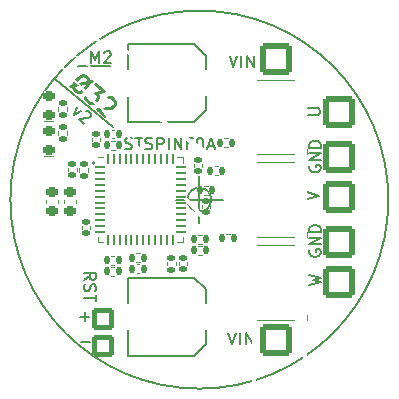
<source format=gto>
G04 #@! TF.GenerationSoftware,KiCad,Pcbnew,(6.0.7-1)-1*
G04 #@! TF.CreationDate,2023-01-06T03:53:42-05:00*
G04 #@! TF.ProjectId,O32controller,4f333263-6f6e-4747-926f-6c6c65722e6b,rev?*
G04 #@! TF.SameCoordinates,Original*
G04 #@! TF.FileFunction,Legend,Top*
G04 #@! TF.FilePolarity,Positive*
%FSLAX46Y46*%
G04 Gerber Fmt 4.6, Leading zero omitted, Abs format (unit mm)*
G04 Created by KiCad (PCBNEW (6.0.7-1)-1) date 2023-01-06 03:53:42*
%MOMM*%
%LPD*%
G01*
G04 APERTURE LIST*
G04 Aperture macros list*
%AMRoundRect*
0 Rectangle with rounded corners*
0 $1 Rounding radius*
0 $2 $3 $4 $5 $6 $7 $8 $9 X,Y pos of 4 corners*
0 Add a 4 corners polygon primitive as box body*
4,1,4,$2,$3,$4,$5,$6,$7,$8,$9,$2,$3,0*
0 Add four circle primitives for the rounded corners*
1,1,$1+$1,$2,$3*
1,1,$1+$1,$4,$5*
1,1,$1+$1,$6,$7*
1,1,$1+$1,$8,$9*
0 Add four rect primitives between the rounded corners*
20,1,$1+$1,$2,$3,$4,$5,0*
20,1,$1+$1,$4,$5,$6,$7,0*
20,1,$1+$1,$6,$7,$8,$9,0*
20,1,$1+$1,$8,$9,$2,$3,0*%
%AMFreePoly0*
4,1,78,0.535355,2.120355,0.550000,2.085000,0.550000,1.935000,0.535355,1.899645,0.500000,1.885000,0.150000,1.885000,0.150000,1.635000,0.500000,1.635000,0.535355,1.620355,0.550000,1.585000,0.550000,1.435000,0.535355,1.399645,0.500000,1.385000,0.150000,1.385000,0.150000,1.135000,0.500000,1.135000,0.535355,1.120355,0.550000,1.085000,0.550000,0.935000,0.535355,0.899645,
0.500000,0.885000,0.150000,0.885000,0.150000,0.635000,0.500000,0.635000,0.535355,0.620355,0.550000,0.585000,0.550000,0.435000,0.535355,0.399645,0.500000,0.385000,0.150000,0.385000,0.150000,0.135000,0.500000,0.135000,0.535355,0.120355,0.550000,0.085000,0.550000,-0.065000,0.535355,-0.100355,0.500000,-0.115000,0.150000,-0.115000,0.150000,-0.365000,0.500000,-0.365000,
0.535355,-0.379645,0.550000,-0.415000,0.550000,-0.565000,0.535355,-0.600355,0.500000,-0.615000,0.150000,-0.615000,0.150000,-0.865000,0.500000,-0.865000,0.535355,-0.879645,0.550000,-0.915000,0.550000,-1.065000,0.535355,-1.100355,0.500000,-1.115000,0.150000,-1.115000,0.150000,-1.365000,0.500000,-1.365000,0.535355,-1.379645,0.550000,-1.415000,0.550000,-1.565000,0.535355,-1.600355,
0.500000,-1.615000,0.150000,-1.615000,0.150000,-1.865000,0.500000,-1.865000,0.535355,-1.879645,0.550000,-1.915000,0.550000,-2.065000,0.535355,-2.100355,0.500000,-2.115000,-0.100000,-2.115000,-0.102414,-2.114000,-0.150000,-2.114000,-0.150000,2.114000,-0.137987,2.114000,-0.135355,2.120355,-0.100000,2.135000,0.500000,2.135000,0.535355,2.120355,0.535355,2.120355,$1*%
G04 Aperture macros list end*
%ADD10C,0.150000*%
%ADD11C,0.225000*%
%ADD12C,0.120000*%
%ADD13C,0.200000*%
%ADD14C,0.127000*%
%ADD15R,0.700001X0.249999*%
%ADD16FreePoly0,0.000000*%
%ADD17FreePoly0,180.000000*%
%ADD18R,0.429999X0.375001*%
%ADD19R,3.300001X5.399999*%
%ADD20R,0.385000X0.690000*%
%ADD21R,1.035000X0.690000*%
%ADD22RoundRect,0.269607X-1.105393X-1.105393X1.105393X-1.105393X1.105393X1.105393X-1.105393X1.105393X0*%
%ADD23RoundRect,0.218750X0.256250X-0.218750X0.256250X0.218750X-0.256250X0.218750X-0.256250X-0.218750X0*%
%ADD24RoundRect,0.140000X0.140000X0.170000X-0.140000X0.170000X-0.140000X-0.170000X0.140000X-0.170000X0*%
%ADD25RoundRect,0.225000X0.250000X-0.225000X0.250000X0.225000X-0.250000X0.225000X-0.250000X-0.225000X0*%
%ADD26C,0.700000*%
%ADD27R,1.050000X1.400000*%
%ADD28RoundRect,0.135000X0.135000X0.185000X-0.135000X0.185000X-0.135000X-0.185000X0.135000X-0.185000X0*%
%ADD29RoundRect,0.062500X-0.375000X-0.062500X0.375000X-0.062500X0.375000X0.062500X-0.375000X0.062500X0*%
%ADD30RoundRect,0.062500X-0.062500X-0.375000X0.062500X-0.375000X0.062500X0.375000X-0.062500X0.375000X0*%
%ADD31R,2.800000X2.800000*%
%ADD32RoundRect,0.135000X0.185000X-0.135000X0.185000X0.135000X-0.185000X0.135000X-0.185000X-0.135000X0*%
%ADD33RoundRect,0.140000X-0.170000X0.140000X-0.170000X-0.140000X0.170000X-0.140000X0.170000X0.140000X0*%
%ADD34R,3.200000X1.600000*%
%ADD35RoundRect,0.135000X-0.135000X-0.185000X0.135000X-0.185000X0.135000X0.185000X-0.135000X0.185000X0*%
%ADD36RoundRect,0.176470X-0.723530X-0.723530X0.723530X-0.723530X0.723530X0.723530X-0.723530X0.723530X0*%
%ADD37R,1.600000X0.650000*%
%ADD38RoundRect,0.135000X-0.185000X0.135000X-0.185000X-0.135000X0.185000X-0.135000X0.185000X0.135000X0*%
%ADD39RoundRect,0.140000X0.170000X-0.140000X0.170000X0.140000X-0.170000X0.140000X-0.170000X-0.140000X0*%
%ADD40R,0.690000X0.385000*%
%ADD41R,0.690000X1.035000*%
%ADD42RoundRect,0.225000X-0.250000X0.225000X-0.250000X-0.225000X0.250000X-0.225000X0.250000X0.225000X0*%
G04 APERTURE END LIST*
D10*
X39700000Y-38700000D02*
X42450000Y-38700000D01*
X48000000Y-50000000D02*
X52000000Y-50000000D01*
X51000000Y-50000000D02*
G75*
G03*
X51000000Y-50000000I-1000000J0D01*
G01*
X50000000Y-48000000D02*
X50000000Y-52000000D01*
X66000000Y-50000000D02*
G75*
G03*
X66000000Y-50000000I-16000000J0D01*
G01*
X37800000Y-39750000D02*
X42650000Y-43850000D01*
X59350000Y-54261904D02*
X59302380Y-54357142D01*
X59302380Y-54500000D01*
X59350000Y-54642857D01*
X59445238Y-54738095D01*
X59540476Y-54785714D01*
X59730952Y-54833333D01*
X59873809Y-54833333D01*
X60064285Y-54785714D01*
X60159523Y-54738095D01*
X60254761Y-54642857D01*
X60302380Y-54500000D01*
X60302380Y-54404761D01*
X60254761Y-54261904D01*
X60207142Y-54214285D01*
X59873809Y-54214285D01*
X59873809Y-54404761D01*
X60302380Y-53785714D02*
X59302380Y-53785714D01*
X60302380Y-53214285D01*
X59302380Y-53214285D01*
X60302380Y-52738095D02*
X59302380Y-52738095D01*
X59302380Y-52500000D01*
X59350000Y-52357142D01*
X59445238Y-52261904D01*
X59540476Y-52214285D01*
X59730952Y-52166666D01*
X59873809Y-52166666D01*
X60064285Y-52214285D01*
X60159523Y-52261904D01*
X60254761Y-52357142D01*
X60302380Y-52500000D01*
X60302380Y-52738095D01*
X40840476Y-38452380D02*
X40840476Y-37452380D01*
X41173809Y-38166666D01*
X41507142Y-37452380D01*
X41507142Y-38452380D01*
X41935714Y-37547619D02*
X41983333Y-37500000D01*
X42078571Y-37452380D01*
X42316666Y-37452380D01*
X42411904Y-37500000D01*
X42459523Y-37547619D01*
X42507142Y-37642857D01*
X42507142Y-37738095D01*
X42459523Y-37880952D01*
X41888095Y-38452380D01*
X42507142Y-38452380D01*
X59302380Y-57228571D02*
X60302380Y-56990476D01*
X59588095Y-56800000D01*
X60302380Y-56609523D01*
X59302380Y-56371428D01*
X39919047Y-59921428D02*
X40680952Y-59921428D01*
X40300000Y-60302380D02*
X40300000Y-59540476D01*
X59350000Y-47111904D02*
X59302380Y-47207142D01*
X59302380Y-47350000D01*
X59350000Y-47492857D01*
X59445238Y-47588095D01*
X59540476Y-47635714D01*
X59730952Y-47683333D01*
X59873809Y-47683333D01*
X60064285Y-47635714D01*
X60159523Y-47588095D01*
X60254761Y-47492857D01*
X60302380Y-47350000D01*
X60302380Y-47254761D01*
X60254761Y-47111904D01*
X60207142Y-47064285D01*
X59873809Y-47064285D01*
X59873809Y-47254761D01*
X60302380Y-46635714D02*
X59302380Y-46635714D01*
X60302380Y-46064285D01*
X59302380Y-46064285D01*
X60302380Y-45588095D02*
X59302380Y-45588095D01*
X59302380Y-45350000D01*
X59350000Y-45207142D01*
X59445238Y-45111904D01*
X59540476Y-45064285D01*
X59730952Y-45016666D01*
X59873809Y-45016666D01*
X60064285Y-45064285D01*
X60159523Y-45111904D01*
X60254761Y-45207142D01*
X60302380Y-45350000D01*
X60302380Y-45588095D01*
D11*
X40871394Y-39969788D02*
X39031733Y-40384240D01*
X39360038Y-40659721D02*
X39296517Y-40513176D01*
X39278908Y-40311915D01*
X39407845Y-40047131D01*
X39729238Y-39664109D01*
X39967609Y-39491153D01*
X40168871Y-39473545D01*
X40324219Y-39510654D01*
X40543089Y-39694307D01*
X40606611Y-39840852D01*
X40624219Y-40042113D01*
X40495283Y-40306897D01*
X40173889Y-40689919D01*
X39935518Y-40862875D01*
X39734256Y-40880484D01*
X39578908Y-40843374D01*
X39360038Y-40659721D01*
X41199699Y-40245268D02*
X41911026Y-40842143D01*
X41160696Y-40958488D01*
X41324849Y-41096229D01*
X41388370Y-41242773D01*
X41397174Y-41343404D01*
X41360065Y-41498752D01*
X41130498Y-41772339D01*
X40983954Y-41835861D01*
X40883323Y-41844665D01*
X40727975Y-41807556D01*
X40399670Y-41532075D01*
X40336148Y-41385531D01*
X40327344Y-41284900D01*
X42256939Y-41318885D02*
X42357570Y-41310081D01*
X42512918Y-41347190D01*
X42786505Y-41576757D01*
X42850027Y-41723301D01*
X42858831Y-41823932D01*
X42821721Y-41979280D01*
X42729895Y-42088715D01*
X42537437Y-42206954D01*
X41329867Y-42312603D01*
X42041194Y-42909477D01*
D10*
X52554761Y-37802380D02*
X52888095Y-38802380D01*
X53221428Y-37802380D01*
X53554761Y-38802380D02*
X53554761Y-37802380D01*
X54030952Y-38802380D02*
X54030952Y-37802380D01*
X54602380Y-38802380D01*
X54602380Y-37802380D01*
X52454761Y-61252380D02*
X52788095Y-62252380D01*
X53121428Y-61252380D01*
X53454761Y-62252380D02*
X53454761Y-61252380D01*
X53930952Y-62252380D02*
X53930952Y-61252380D01*
X54502380Y-62252380D01*
X54502380Y-61252380D01*
X39969047Y-62021428D02*
X40730952Y-62021428D01*
X59152380Y-49983333D02*
X60152380Y-49650000D01*
X59152380Y-49316666D01*
X39640565Y-42176713D02*
X39394432Y-42840454D01*
X40005348Y-42482802D01*
X40413741Y-42514673D02*
X40480828Y-42508804D01*
X40584394Y-42533544D01*
X40766785Y-42686588D01*
X40809133Y-42784284D01*
X40815002Y-42851372D01*
X40790263Y-42954937D01*
X40729045Y-43027894D01*
X40600740Y-43106720D01*
X39795693Y-43177152D01*
X40269911Y-43575068D01*
X59202380Y-42835714D02*
X60011904Y-42835714D01*
X60107142Y-42788095D01*
X60154761Y-42740476D01*
X60202380Y-42645238D01*
X60202380Y-42454761D01*
X60154761Y-42359523D01*
X60107142Y-42311904D01*
X60011904Y-42264285D01*
X59202380Y-42264285D01*
X40247619Y-56802380D02*
X40723809Y-56469047D01*
X40247619Y-56230952D02*
X41247619Y-56230952D01*
X41247619Y-56611904D01*
X41200000Y-56707142D01*
X41152380Y-56754761D01*
X41057142Y-56802380D01*
X40914285Y-56802380D01*
X40819047Y-56754761D01*
X40771428Y-56707142D01*
X40723809Y-56611904D01*
X40723809Y-56230952D01*
X40295238Y-57183333D02*
X40247619Y-57326190D01*
X40247619Y-57564285D01*
X40295238Y-57659523D01*
X40342857Y-57707142D01*
X40438095Y-57754761D01*
X40533333Y-57754761D01*
X40628571Y-57707142D01*
X40676190Y-57659523D01*
X40723809Y-57564285D01*
X40771428Y-57373809D01*
X40819047Y-57278571D01*
X40866666Y-57230952D01*
X40961904Y-57183333D01*
X41057142Y-57183333D01*
X41152380Y-57230952D01*
X41200000Y-57278571D01*
X41247619Y-57373809D01*
X41247619Y-57611904D01*
X41200000Y-57754761D01*
X41247619Y-58040476D02*
X41247619Y-58611904D01*
X40247619Y-58326190D02*
X41247619Y-58326190D01*
X43711904Y-45704761D02*
X43854761Y-45752380D01*
X44092857Y-45752380D01*
X44188095Y-45704761D01*
X44235714Y-45657142D01*
X44283333Y-45561904D01*
X44283333Y-45466666D01*
X44235714Y-45371428D01*
X44188095Y-45323809D01*
X44092857Y-45276190D01*
X43902380Y-45228571D01*
X43807142Y-45180952D01*
X43759523Y-45133333D01*
X43711904Y-45038095D01*
X43711904Y-44942857D01*
X43759523Y-44847619D01*
X43807142Y-44800000D01*
X43902380Y-44752380D01*
X44140476Y-44752380D01*
X44283333Y-44800000D01*
X44569047Y-44752380D02*
X45140476Y-44752380D01*
X44854761Y-45752380D02*
X44854761Y-44752380D01*
X45426190Y-45704761D02*
X45569047Y-45752380D01*
X45807142Y-45752380D01*
X45902380Y-45704761D01*
X45950000Y-45657142D01*
X45997619Y-45561904D01*
X45997619Y-45466666D01*
X45950000Y-45371428D01*
X45902380Y-45323809D01*
X45807142Y-45276190D01*
X45616666Y-45228571D01*
X45521428Y-45180952D01*
X45473809Y-45133333D01*
X45426190Y-45038095D01*
X45426190Y-44942857D01*
X45473809Y-44847619D01*
X45521428Y-44800000D01*
X45616666Y-44752380D01*
X45854761Y-44752380D01*
X45997619Y-44800000D01*
X46426190Y-45752380D02*
X46426190Y-44752380D01*
X46807142Y-44752380D01*
X46902380Y-44800000D01*
X46950000Y-44847619D01*
X46997619Y-44942857D01*
X46997619Y-45085714D01*
X46950000Y-45180952D01*
X46902380Y-45228571D01*
X46807142Y-45276190D01*
X46426190Y-45276190D01*
X47426190Y-45752380D02*
X47426190Y-44752380D01*
X47902380Y-45752380D02*
X47902380Y-44752380D01*
X48473809Y-45752380D01*
X48473809Y-44752380D01*
X49283333Y-45228571D02*
X48950000Y-45228571D01*
X48950000Y-45752380D02*
X48950000Y-44752380D01*
X49426190Y-44752380D01*
X49997619Y-44752380D02*
X50092857Y-44752380D01*
X50188095Y-44800000D01*
X50235714Y-44847619D01*
X50283333Y-44942857D01*
X50330952Y-45133333D01*
X50330952Y-45371428D01*
X50283333Y-45561904D01*
X50235714Y-45657142D01*
X50188095Y-45704761D01*
X50092857Y-45752380D01*
X49997619Y-45752380D01*
X49902380Y-45704761D01*
X49854761Y-45657142D01*
X49807142Y-45561904D01*
X49759523Y-45371428D01*
X49759523Y-45133333D01*
X49807142Y-44942857D01*
X49854761Y-44847619D01*
X49902380Y-44800000D01*
X49997619Y-44752380D01*
X50711904Y-45466666D02*
X51188095Y-45466666D01*
X50616666Y-45752380D02*
X50950000Y-44752380D01*
X51283333Y-45752380D01*
D12*
X58049999Y-46850001D02*
X54850001Y-46850001D01*
X58049999Y-53149999D02*
X54850001Y-53149999D01*
X59100000Y-52750000D02*
X59100000Y-53150000D01*
X59100000Y-53150000D02*
X58900000Y-53150000D01*
X58049999Y-53850001D02*
X54850001Y-53850001D01*
X58049999Y-60149999D02*
X54850001Y-60149999D01*
X59100000Y-59750000D02*
X59100000Y-60150000D01*
X59100000Y-60150000D02*
X58900000Y-60150000D01*
X58049999Y-39850001D02*
X54850001Y-39850001D01*
X58049999Y-46149999D02*
X54850001Y-46149999D01*
X59100000Y-45750000D02*
X59100000Y-46150000D01*
X59100000Y-46150000D02*
X58900000Y-46150000D01*
X36850000Y-46337500D02*
X37650000Y-46337500D01*
X42807836Y-44090000D02*
X42592164Y-44090000D01*
X42807836Y-44810000D02*
X42592164Y-44810000D01*
X38060000Y-50290580D02*
X38060000Y-50009420D01*
X37040000Y-50290580D02*
X37040000Y-50009420D01*
X50703641Y-49580000D02*
X50396359Y-49580000D01*
X50703641Y-48820000D02*
X50396359Y-48820000D01*
X44953641Y-55280000D02*
X44646359Y-55280000D01*
X44953641Y-54520000D02*
X44646359Y-54520000D01*
X48610000Y-53610000D02*
X48610000Y-53135000D01*
X48610000Y-46390000D02*
X48610000Y-46865000D01*
X41390000Y-53610000D02*
X41390000Y-53135000D01*
X41865000Y-46390000D02*
X41390000Y-46390000D01*
X48135000Y-46390000D02*
X48610000Y-46390000D01*
X41865000Y-53610000D02*
X41390000Y-53610000D01*
X48135000Y-53610000D02*
X48610000Y-53610000D01*
D13*
X41150000Y-46900000D02*
G75*
G03*
X41150000Y-46900000I-100000J0D01*
G01*
D12*
X44907836Y-55490000D02*
X44692164Y-55490000D01*
X44907836Y-56210000D02*
X44692164Y-56210000D01*
X47980000Y-55563641D02*
X47980000Y-55256359D01*
X47220000Y-55563641D02*
X47220000Y-55256359D01*
X50910000Y-50492164D02*
X50910000Y-50707836D01*
X50190000Y-50492164D02*
X50190000Y-50707836D01*
D14*
X43950000Y-36800000D02*
X43950000Y-38980000D01*
X49550000Y-43400000D02*
X50550000Y-42400000D01*
X43950000Y-41220000D02*
X43950000Y-43400000D01*
X50550000Y-37800000D02*
X49550000Y-36800000D01*
X43950000Y-43400000D02*
X49550000Y-43400000D01*
X50550000Y-42400000D02*
X50550000Y-41220000D01*
X49550000Y-36800000D02*
X43950000Y-36800000D01*
X50550000Y-38980000D02*
X50550000Y-37800000D01*
D12*
X42506359Y-55690000D02*
X42813641Y-55690000D01*
X42506359Y-56450000D02*
X42813641Y-56450000D01*
X49896359Y-53920000D02*
X50203641Y-53920000D01*
X49896359Y-54680000D02*
X50203641Y-54680000D01*
X38830000Y-42453641D02*
X38830000Y-42146359D01*
X38070000Y-42453641D02*
X38070000Y-42146359D01*
X50260000Y-47012164D02*
X50260000Y-47227836D01*
X49540000Y-47012164D02*
X49540000Y-47227836D01*
X38070000Y-44503641D02*
X38070000Y-44196359D01*
X38830000Y-44503641D02*
X38830000Y-44196359D01*
X42853641Y-45780000D02*
X42546359Y-45780000D01*
X42853641Y-45020000D02*
X42546359Y-45020000D01*
X40580000Y-47316359D02*
X40580000Y-47623641D01*
X39820000Y-47316359D02*
X39820000Y-47623641D01*
X40890000Y-45027836D02*
X40890000Y-44812164D01*
X41610000Y-45027836D02*
X41610000Y-44812164D01*
X48960000Y-55312164D02*
X48960000Y-55527836D01*
X48240000Y-55312164D02*
X48240000Y-55527836D01*
X40760000Y-52272164D02*
X40760000Y-52487836D01*
X40040000Y-52272164D02*
X40040000Y-52487836D01*
X51286359Y-47170000D02*
X51593641Y-47170000D01*
X51286359Y-47930000D02*
X51593641Y-47930000D01*
X36850000Y-43362500D02*
X37650000Y-43362500D01*
X42803641Y-54740000D02*
X42496359Y-54740000D01*
X42803641Y-55500000D02*
X42496359Y-55500000D01*
X52403641Y-44820000D02*
X52096359Y-44820000D01*
X52403641Y-45580000D02*
X52096359Y-45580000D01*
D14*
X49550000Y-56600000D02*
X43950000Y-56600000D01*
X50550000Y-58780000D02*
X50550000Y-57600000D01*
X43950000Y-56600000D02*
X43950000Y-58780000D01*
X49550000Y-63200000D02*
X50550000Y-62200000D01*
X43950000Y-61020000D02*
X43950000Y-63200000D01*
X50550000Y-62200000D02*
X50550000Y-61020000D01*
X50550000Y-57600000D02*
X49550000Y-56600000D01*
X43950000Y-63200000D02*
X49550000Y-63200000D01*
D12*
X39560000Y-50009420D02*
X39560000Y-50290580D01*
X38540000Y-50009420D02*
X38540000Y-50290580D01*
X38890000Y-47342164D02*
X38890000Y-47557836D01*
X39610000Y-47342164D02*
X39610000Y-47557836D01*
X50203641Y-52970000D02*
X49896359Y-52970000D01*
X50203641Y-53730000D02*
X49896359Y-53730000D01*
X52246359Y-53630000D02*
X52553641Y-53630000D01*
X52246359Y-52870000D02*
X52553641Y-52870000D01*
%LPC*%
D15*
X58800000Y-52500000D03*
X58800000Y-52000001D03*
D16*
X58600000Y-49511000D03*
D17*
X54300000Y-49490000D03*
D15*
X54100000Y-52000001D03*
X54100000Y-52500000D03*
D18*
X58565000Y-53012999D03*
X58565000Y-46987001D03*
X54335000Y-46987001D03*
X54335000Y-53012999D03*
D19*
X56450000Y-50000000D03*
D15*
X58800000Y-59500000D03*
X58800000Y-59000001D03*
D16*
X58600000Y-56511000D03*
D17*
X54300000Y-56490000D03*
D15*
X54100000Y-59000001D03*
X54100000Y-59500000D03*
D18*
X58565000Y-60012999D03*
X58565000Y-53987001D03*
X54335000Y-53987001D03*
X54335000Y-60012999D03*
D19*
X56450000Y-57000000D03*
D15*
X58800000Y-45500000D03*
X58800000Y-45000001D03*
D16*
X58600000Y-42511000D03*
D17*
X54300000Y-42490000D03*
D15*
X54100000Y-45000001D03*
X54100000Y-45500000D03*
D18*
X58565000Y-46012999D03*
X58565000Y-39987001D03*
X54335000Y-39987001D03*
X54335000Y-46012999D03*
D19*
X56450000Y-43000000D03*
D20*
X40108500Y-45900000D03*
D21*
X39116500Y-45900000D03*
D22*
X61850000Y-53550000D03*
X61850000Y-49750000D03*
X56450000Y-38100000D03*
D23*
X37250000Y-45775000D03*
X37250000Y-44200000D03*
D24*
X43180000Y-44450000D03*
X42220000Y-44450000D03*
D25*
X37550000Y-50925000D03*
X37550000Y-49375000D03*
D26*
X37750000Y-56750000D03*
X39550000Y-56750000D03*
D27*
X39375000Y-58550000D03*
X39375000Y-54950000D03*
X37925000Y-54950000D03*
X37925000Y-58550000D03*
D28*
X51060000Y-49200000D03*
X50040000Y-49200000D03*
X45310000Y-54900000D03*
X44290000Y-54900000D03*
D29*
X41562500Y-47250000D03*
X41562500Y-47750000D03*
X41562500Y-48250000D03*
X41562500Y-48750000D03*
X41562500Y-49250000D03*
X41562500Y-49750000D03*
X41562500Y-50250000D03*
X41562500Y-50750000D03*
X41562500Y-51250000D03*
X41562500Y-51750000D03*
X41562500Y-52250000D03*
X41562500Y-52750000D03*
D30*
X42250000Y-53437500D03*
X42750000Y-53437500D03*
X43250000Y-53437500D03*
X43750000Y-53437500D03*
X44250000Y-53437500D03*
X44750000Y-53437500D03*
X45250000Y-53437500D03*
X45750000Y-53437500D03*
X46250000Y-53437500D03*
X46750000Y-53437500D03*
X47250000Y-53437500D03*
X47750000Y-53437500D03*
D29*
X48437500Y-52750000D03*
X48437500Y-52250000D03*
X48437500Y-51750000D03*
X48437500Y-51250000D03*
X48437500Y-50750000D03*
X48437500Y-50250000D03*
X48437500Y-49750000D03*
X48437500Y-49250000D03*
X48437500Y-48750000D03*
X48437500Y-48250000D03*
X48437500Y-47750000D03*
X48437500Y-47250000D03*
D30*
X47750000Y-46562500D03*
X47250000Y-46562500D03*
X46750000Y-46562500D03*
X46250000Y-46562500D03*
X45750000Y-46562500D03*
X45250000Y-46562500D03*
X44750000Y-46562500D03*
X44250000Y-46562500D03*
X43750000Y-46562500D03*
X43250000Y-46562500D03*
X42750000Y-46562500D03*
X42250000Y-46562500D03*
D31*
X45000000Y-50000000D03*
D24*
X45280000Y-55850000D03*
X44320000Y-55850000D03*
D32*
X47600000Y-55920000D03*
X47600000Y-54900000D03*
D33*
X50550000Y-50120000D03*
X50550000Y-51080000D03*
D34*
X49750000Y-40100000D03*
X44750000Y-40100000D03*
D35*
X42150000Y-56070000D03*
X43170000Y-56070000D03*
X49540000Y-54300000D03*
X50560000Y-54300000D03*
D32*
X38450000Y-42810000D03*
X38450000Y-41790000D03*
D33*
X49900000Y-46640000D03*
X49900000Y-47600000D03*
D36*
X41800000Y-60100000D03*
D37*
X37800000Y-52225000D03*
X37800000Y-53575000D03*
D22*
X61850000Y-46350000D03*
D32*
X38450000Y-44860000D03*
X38450000Y-43840000D03*
D28*
X43210000Y-45400000D03*
X42190000Y-45400000D03*
D22*
X61850000Y-42550000D03*
D38*
X40200000Y-46960000D03*
X40200000Y-47980000D03*
D39*
X41250000Y-45400000D03*
X41250000Y-44440000D03*
D33*
X48600000Y-54940000D03*
X48600000Y-55900000D03*
X40400000Y-51900000D03*
X40400000Y-52860000D03*
D35*
X50930000Y-47550000D03*
X51950000Y-47550000D03*
D23*
X37250000Y-42800000D03*
X37250000Y-41225000D03*
D36*
X41800000Y-62350000D03*
D28*
X43160000Y-55120000D03*
X42140000Y-55120000D03*
X52760000Y-45200000D03*
X51740000Y-45200000D03*
D40*
X40700000Y-54525500D03*
D41*
X40700000Y-55517500D03*
D22*
X56450000Y-61900000D03*
D34*
X49750000Y-59900000D03*
X44750000Y-59900000D03*
D42*
X39050000Y-49375000D03*
X39050000Y-50925000D03*
D40*
X37500000Y-48224500D03*
D41*
X37500000Y-47232500D03*
D22*
X61850000Y-56950000D03*
D33*
X39250000Y-46970000D03*
X39250000Y-47930000D03*
D28*
X50560000Y-53350000D03*
X49540000Y-53350000D03*
D35*
X51890000Y-53250000D03*
X52910000Y-53250000D03*
M02*

</source>
